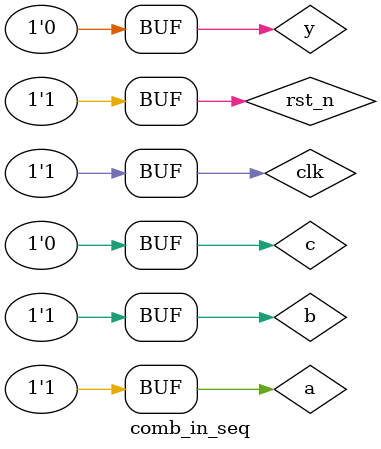
<source format=sv>

module comb_in_seq;

wire y;
   
logic q;
logic a = 0, b = 0, c = 0;
logic clk = 0, rst_n = 0;

logic d; // combinational intermediate signal

always @(posedge clk or negedge rst_n)
 if (!rst_n)
  q <= 0;
 else begin
  d = a & b;
  q <= d;
 end
 
assign y = q & c;

initial begin
 // Per figure 22 in the pdf,
 // d is combinational but does 
 // does not change before clk edge:
 #2 rst_n = 1; a = 1; b = 1;
 #1 clk = 1;
end

endmodule

</source>
